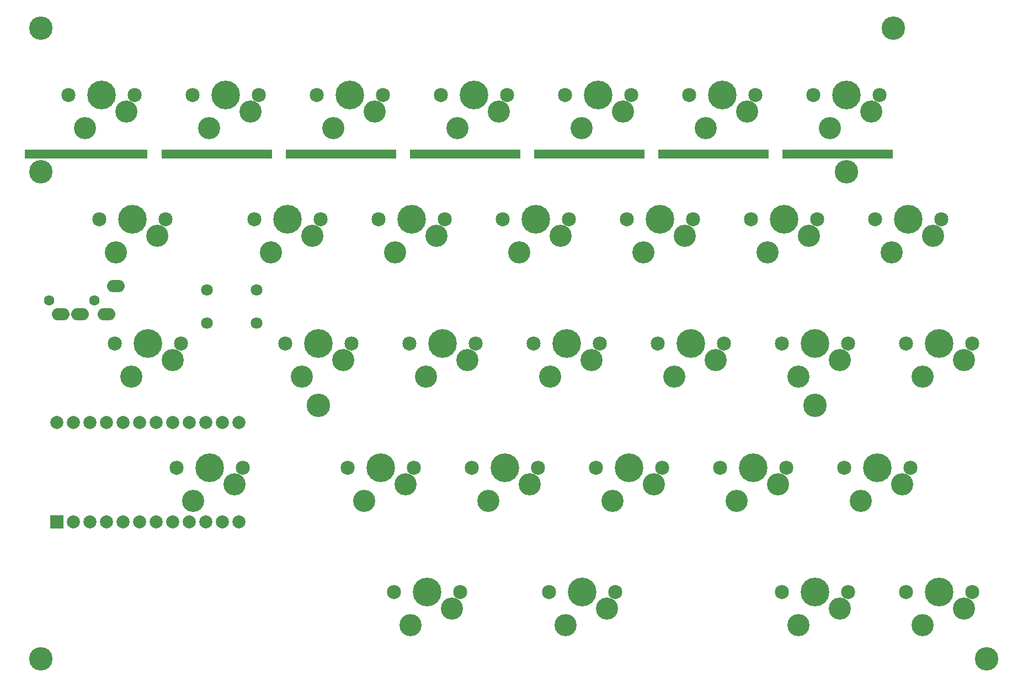
<source format=gts>
G04 #@! TF.GenerationSoftware,KiCad,Pcbnew,(5.0.0-3-g5ebb6b6)*
G04 #@! TF.CreationDate,2018-10-13T13:09:02+09:00*
G04 #@! TF.ProjectId,pakbd,70616B62642E6B696361645F70636200,1*
G04 #@! TF.SameCoordinates,Original*
G04 #@! TF.FileFunction,Soldermask,Top*
G04 #@! TF.FilePolarity,Negative*
%FSLAX46Y46*%
G04 Gerber Fmt 4.6, Leading zero omitted, Abs format (unit mm)*
G04 Created by KiCad (PCBNEW (5.0.0-3-g5ebb6b6)) date *
%MOMM*%
%LPD*%
G01*
G04 APERTURE LIST*
%ADD10C,2.160000*%
%ADD11C,4.400000*%
%ADD12C,3.400000*%
%ADD13R,16.900000X1.400000*%
%ADD14R,18.900000X1.400000*%
%ADD15C,3.600000*%
%ADD16C,1.797000*%
%ADD17C,2.000000*%
%ADD18R,2.000000X2.000000*%
%ADD19C,1.600000*%
%ADD20O,2.700000X1.900000*%
G04 APERTURE END LIST*
D10*
G04 #@! TO.C,SW20*
X158687000Y-81240000D03*
X168847000Y-81240000D03*
D11*
X163767000Y-81240000D03*
D12*
X167577000Y-83780000D03*
X161227000Y-86320000D03*
G04 #@! TD*
D13*
G04 #@! TO.C,cr04*
X110029999Y-52240001D03*
G04 #@! TD*
G04 #@! TO.C,cr02*
X71929999Y-52240001D03*
G04 #@! TD*
D14*
G04 #@! TO.C,cr00*
X32824999Y-52240001D03*
G04 #@! TD*
D13*
G04 #@! TO.C,cr01*
X52879999Y-52240001D03*
G04 #@! TD*
G04 #@! TO.C,cr03*
X90979999Y-52240001D03*
G04 #@! TD*
G04 #@! TO.C,cr05*
X129079999Y-52240001D03*
G04 #@! TD*
G04 #@! TO.C,cr06*
X148129999Y-52240001D03*
G04 #@! TD*
D15*
G04 #@! TO.C,h01*
X156740000Y-32890000D03*
G04 #@! TD*
G04 #@! TO.C,h00*
X25920000Y-32880000D03*
G04 #@! TD*
G04 #@! TO.C,h07*
X171050000Y-129610000D03*
G04 #@! TD*
G04 #@! TO.C,h06*
X25920000Y-129590000D03*
G04 #@! TD*
G04 #@! TO.C,h04*
X68510000Y-90770000D03*
G04 #@! TD*
G04 #@! TO.C,h05*
X144710000Y-90780000D03*
G04 #@! TD*
G04 #@! TO.C,h03*
X149480000Y-54930000D03*
G04 #@! TD*
G04 #@! TO.C,h02*
X25900000Y-54930000D03*
G04 #@! TD*
D10*
G04 #@! TO.C,SW0*
X30100000Y-43140000D03*
X40260000Y-43140000D03*
D11*
X35180000Y-43140000D03*
D12*
X38990000Y-45680000D03*
X32640000Y-48220000D03*
G04 #@! TD*
D10*
G04 #@! TO.C,SW1*
X49150000Y-43140000D03*
X59310000Y-43140000D03*
D11*
X54230000Y-43140000D03*
D12*
X58040000Y-45680000D03*
X51690000Y-48220000D03*
G04 #@! TD*
D10*
G04 #@! TO.C,SW2*
X68200000Y-43140000D03*
X78360000Y-43140000D03*
D11*
X73280000Y-43140000D03*
D12*
X77090000Y-45680000D03*
X70740000Y-48220000D03*
G04 #@! TD*
D10*
G04 #@! TO.C,SW3*
X87250000Y-43140000D03*
X97410000Y-43140000D03*
D11*
X92330000Y-43140000D03*
D12*
X96140000Y-45680000D03*
X89790000Y-48220000D03*
G04 #@! TD*
D10*
G04 #@! TO.C,SW4*
X106300000Y-43140000D03*
X116460000Y-43140000D03*
D11*
X111380000Y-43140000D03*
D12*
X115190000Y-45680000D03*
X108840000Y-48220000D03*
G04 #@! TD*
D10*
G04 #@! TO.C,SW5*
X125350000Y-43140000D03*
X135510000Y-43140000D03*
D11*
X130430000Y-43140000D03*
D12*
X134240000Y-45680000D03*
X127890000Y-48220000D03*
G04 #@! TD*
D10*
G04 #@! TO.C,SW6*
X144400000Y-43140000D03*
X154560000Y-43140000D03*
D11*
X149480000Y-43140000D03*
D12*
X153290000Y-45680000D03*
X146940000Y-48220000D03*
G04 #@! TD*
D10*
G04 #@! TO.C,SW7*
X34862500Y-62190000D03*
X45022500Y-62190000D03*
D11*
X39942500Y-62190000D03*
D12*
X43752500Y-64730000D03*
X37402500Y-67270000D03*
G04 #@! TD*
D10*
G04 #@! TO.C,SW8*
X58675000Y-62190000D03*
X68835000Y-62190000D03*
D11*
X63755000Y-62190000D03*
D12*
X67565000Y-64730000D03*
X61215000Y-67270000D03*
G04 #@! TD*
D10*
G04 #@! TO.C,SW9*
X77725000Y-62190000D03*
X87885000Y-62190000D03*
D11*
X82805000Y-62190000D03*
D12*
X86615000Y-64730000D03*
X80265000Y-67270000D03*
G04 #@! TD*
D10*
G04 #@! TO.C,SW10*
X96775000Y-62190000D03*
X106935000Y-62190000D03*
D11*
X101855000Y-62190000D03*
D12*
X105665000Y-64730000D03*
X99315000Y-67270000D03*
G04 #@! TD*
D10*
G04 #@! TO.C,SW11*
X115825000Y-62190000D03*
X125985000Y-62190000D03*
D11*
X120905000Y-62190000D03*
D12*
X124715000Y-64730000D03*
X118365000Y-67270000D03*
G04 #@! TD*
D10*
G04 #@! TO.C,SW12*
X134875000Y-62190000D03*
X145035000Y-62190000D03*
D11*
X139955000Y-62190000D03*
D12*
X143765000Y-64730000D03*
X137415000Y-67270000D03*
G04 #@! TD*
D10*
G04 #@! TO.C,SW13*
X153925000Y-62190000D03*
X164085000Y-62190000D03*
D11*
X159005000Y-62190000D03*
D12*
X162815000Y-64730000D03*
X156465000Y-67270000D03*
G04 #@! TD*
D10*
G04 #@! TO.C,SW14*
X37243750Y-81240000D03*
X47403750Y-81240000D03*
D11*
X42323750Y-81240000D03*
D12*
X46133750Y-83780000D03*
X39783750Y-86320000D03*
G04 #@! TD*
D10*
G04 #@! TO.C,SW15*
X63437000Y-81240000D03*
X73597000Y-81240000D03*
D11*
X68517000Y-81240000D03*
D12*
X72327000Y-83780000D03*
X65977000Y-86320000D03*
G04 #@! TD*
D10*
G04 #@! TO.C,SW16*
X82487000Y-81240000D03*
X92647000Y-81240000D03*
D11*
X87567000Y-81240000D03*
D12*
X91377000Y-83780000D03*
X85027000Y-86320000D03*
G04 #@! TD*
D10*
G04 #@! TO.C,SW17*
X101537000Y-81240000D03*
X111697000Y-81240000D03*
D11*
X106617000Y-81240000D03*
D12*
X110427000Y-83780000D03*
X104077000Y-86320000D03*
G04 #@! TD*
D10*
G04 #@! TO.C,SW18*
X120587000Y-81240000D03*
X130747000Y-81240000D03*
D11*
X125667000Y-81240000D03*
D12*
X129477000Y-83780000D03*
X123127000Y-86320000D03*
G04 #@! TD*
D10*
G04 #@! TO.C,SW19*
X139637000Y-81240000D03*
X149797000Y-81240000D03*
D11*
X144717000Y-81240000D03*
D12*
X148527000Y-83780000D03*
X142177000Y-86320000D03*
G04 #@! TD*
D10*
G04 #@! TO.C,SW21*
X46763000Y-100290000D03*
X56923000Y-100290000D03*
D11*
X51843000Y-100290000D03*
D12*
X55653000Y-102830000D03*
X49303000Y-105370000D03*
G04 #@! TD*
D10*
G04 #@! TO.C,SW22*
X72962000Y-100290000D03*
X83122000Y-100290000D03*
D11*
X78042000Y-100290000D03*
D12*
X81852000Y-102830000D03*
X75502000Y-105370000D03*
G04 #@! TD*
D10*
G04 #@! TO.C,SW23*
X92012000Y-100290000D03*
X102172000Y-100290000D03*
D11*
X97092000Y-100290000D03*
D12*
X100902000Y-102830000D03*
X94552000Y-105370000D03*
G04 #@! TD*
D10*
G04 #@! TO.C,SW24*
X111062000Y-100290000D03*
X121222000Y-100290000D03*
D11*
X116142000Y-100290000D03*
D12*
X119952000Y-102830000D03*
X113602000Y-105370000D03*
G04 #@! TD*
D10*
G04 #@! TO.C,SW25*
X130112000Y-100290000D03*
X140272000Y-100290000D03*
D11*
X135192000Y-100290000D03*
D12*
X139002000Y-102830000D03*
X132652000Y-105370000D03*
G04 #@! TD*
D10*
G04 #@! TO.C,SW26*
X149162000Y-100290000D03*
X159322000Y-100290000D03*
D11*
X154242000Y-100290000D03*
D12*
X158052000Y-102830000D03*
X151702000Y-105370000D03*
G04 #@! TD*
D10*
G04 #@! TO.C,SW27*
X80105750Y-119340000D03*
X90265750Y-119340000D03*
D11*
X85185750Y-119340000D03*
D12*
X88995750Y-121880000D03*
X82645750Y-124420000D03*
G04 #@! TD*
D10*
G04 #@! TO.C,SW28*
X103918250Y-119340000D03*
X114078250Y-119340000D03*
D11*
X108998250Y-119340000D03*
D12*
X112808250Y-121880000D03*
X106458250Y-124420000D03*
G04 #@! TD*
D10*
G04 #@! TO.C,SW29*
X139637000Y-119340000D03*
X149797000Y-119340000D03*
D11*
X144717000Y-119340000D03*
D12*
X148527000Y-121880000D03*
X142177000Y-124420000D03*
G04 #@! TD*
D10*
G04 #@! TO.C,SW30*
X158687000Y-119340000D03*
X168847000Y-119340000D03*
D11*
X163767000Y-119340000D03*
D12*
X167577000Y-121880000D03*
X161227000Y-124420000D03*
G04 #@! TD*
D16*
G04 #@! TO.C,SW_r0*
X51370000Y-73040000D03*
X51370000Y-78120000D03*
X58990000Y-73040000D03*
X58990000Y-78120000D03*
G04 #@! TD*
D17*
G04 #@! TO.C,U0*
X28400000Y-93330000D03*
X30940000Y-93330000D03*
X33480000Y-93330000D03*
X36020000Y-93330000D03*
X38560000Y-93330000D03*
X41100000Y-93330000D03*
X43640000Y-93330000D03*
X46180000Y-93330000D03*
X48720000Y-93330000D03*
X51260000Y-93330000D03*
X53800000Y-93330000D03*
X56340000Y-93330000D03*
X56340000Y-108570000D03*
X53800000Y-108570000D03*
X51260000Y-108570000D03*
X48720000Y-108570000D03*
X46180000Y-108570000D03*
X43640000Y-108570000D03*
X41100000Y-108570000D03*
X38560000Y-108570000D03*
X36020000Y-108570000D03*
X33480000Y-108570000D03*
X30940000Y-108570000D03*
D18*
X28400000Y-108570000D03*
G04 #@! TD*
D19*
G04 #@! TO.C,J0*
X27155000Y-74615000D03*
X34155000Y-74615000D03*
D20*
X28955000Y-76765000D03*
X31955000Y-76765000D03*
X35955000Y-76765000D03*
X37455000Y-72465000D03*
G04 #@! TD*
M02*

</source>
